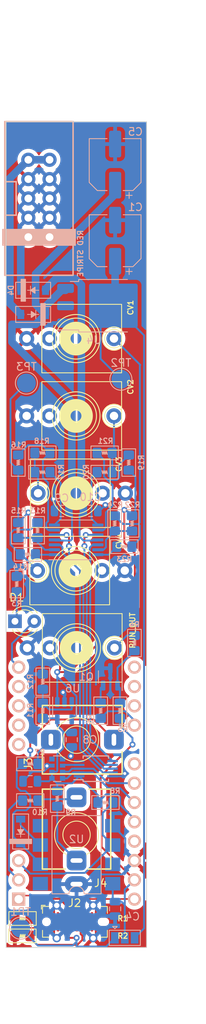
<source format=kicad_pcb>
(kicad_pcb (version 20221018) (generator pcbnew)
  (layers (0 "F.Cu" signal) (31 "B.Cu" signal) (34 "B.Paste" user) (35 "F.Paste" user) (36 "B.SilkS" user "B.Silkscreen") (37 "F.SilkS" user "F.Silkscreen") (38 "B.Mask" user) (39 "F.Mask" user) (44 "Edge.Cuts" user))
  (net 0 "")
  (net 1 "5VREG")
  (net 2 "GND")
  (net 3 "+3.3V")
  (net 4 "+5V")
  (net 5 "+12V")
  (net 6 "-12V")
  (net 7 "Net-(D1-K)")
  (net 8 "Net-(D1-A)")
  (net 9 "Net-(D2-K)")
  (net 10 "Net-(D2-A)")
  (net 11 "Net-(D3-A)")
  (net 12 "Net-(D4-K)")
  (net 13 "5VUSB")
  (net 14 "Net-(J2-CC1)")
  (net 15 "D+")
  (net 16 "D-")
  (net 18 "Net-(J2-CC2)")
  (net 20 "Net-(J3-PadR)")
  (net 21 "Net-(J4-PadR)")
  (net 22 "Net-(J4-PadT)")
  (net 23 "Net-(Q1-C)")
  (net 24 "Net-(Q1-B)")
  (net 25 "RUN")
  (net 26 "RX")
  (net 27 "TX")
  (net 28 "Net-(U6-+)")
  (net 29 "Net-(U7A--)")
  (net 30 "Net-(R14-Pad1)")
  (net 31 "MIDVREF")
  (net 32 "Net-(U7B--)")
  (net 33 "Net-(R17-Pad1)")
  (net 34 "Net-(U7C--)")
  (net 35 "Net-(R20-Pad1)")
  (net 36 "Net-(U7D--)")
  (net 37 "Net-(R23-Pad1)")
  (net 44 "Net-(RN1-R2.1)")
  (net 48 "SCL")
  (net 49 "SDA")
  (net 52 "DAC_1")
  (net 53 "DAC_2")
  (net 54 "DAC_3")
  (net 55 "DAC_4")
  (net 56 "Net-(J1-Tip)")
  (net 58 "Net-(J6-Tip)")
  (net 60 "Net-(J7-Tip)")
  (net 62 "Net-(J8-Tip)")
  (net 64 "Net-(J9-Tip)")
  (footprint "winterbloom:AudioJack_WQP518MA" (layer "F.Cu") (at 138.36 80.01 -90)
    (fp_text reference "J7" hide)
    (fp_text value "CV2")
  )
  (footprint "AudioJacks:Jack_3.5mm_QingPu_WQP-PJ366ST_Vertical" (layer "F.Cu") (at 138.43 135.05)
    (fp_text reference "J4")
    (fp_text value "MIDI OUT")
  )
  (footprint "winterbloom:AudioJack_WQP518MA" (layer "F.Cu") (at 138.36 69.85 -90)
    (fp_text reference "J6" hide)
    (fp_text value "CV1")
  )
  (footprint "LED_THT:LED_D3.0mm_FlatTop" (layer "F.Cu") (at 130.321073 106.994183)
    (fp_text reference "D1")
    (fp_text value "LED")
  )
  (footprint "winterbloom:AudioJack_WQP518MA" (layer "F.Cu") (at 138.43 110.49 -90)
    (fp_text reference "J1" hide)
    (fp_text value "RUN_OUT")
  )
  (footprint "winterbloom:R_0805_HandSolder" (layer "F.Cu") (at 131.318 146.05 180)
    (fp_text reference "R1")
    (fp_text value "1K")
  )
  (footprint "AudioJacks:Jack_3.5mm_QingPu_WQP-PJ366ST_Vertical" (layer "F.Cu") (at 138.43 122.555 -90)
    (fp_text reference "J3")
    (fp_text value "MIDI IN")
  )
  (footprint "winterbloom:R_0805_HandSolder" (layer "F.Cu") (at 131.302 148.336 180)
    (fp_text reference "R2")
    (fp_text value "1K")
  )
  (footprint "winterbloom:AudioJack_WQP518MA" (layer "F.Cu") (at 138.28 100.33 90)
    (fp_text reference "J9" hide)
    (fp_text value "CV4")
  )
  (footprint "winterbloom:AudioJack_WQP518MA" (layer "F.Cu") (at 138.36 90.17 90)
    (fp_text reference "J8" hide)
    (fp_text value "CV3")
  )
  (footprint "Connector_USB:USB_C_Receptacle_GCT_USB4115-03-C" (layer "F.Cu") (at 138.22 146.485)
    (fp_text reference "J2")
    (fp_text value "USB_C_Receptacle_USB2.0" hide)
  )
  (footprint "Capacitor_SMD:C_0805_2012Metric" (layer "B.Cu") (at 143.51 144.78 -90)
    (fp_text reference "C4")
    (fp_text value "0.1uF" hide)
  )
  (footprint "winterbloom:R_0805_HandSolder" (layer "B.Cu") (at 142.13 84.869)
    (fp_text reference "R21")
    (fp_text value "9.10k 0.1%" hide)
  )
  (footprint "winterbloom:R_0805_HandSolder" (layer "B.Cu") (at 141.605 118.745 90)
    (fp_text reference "R6")
    (fp_text value "1K" hide)
  )
  (footprint "Package_TO_SOT_SMD:SOT-23-5" (layer "B.Cu") (at 136.845 118.745 -90)
    (fp_text reference "U6")
    (fp_text value "OPA376xxDBV" hide)
  )
  (footprint "TestPoint:TestPoint_Pad_D2.5mm" (layer "B.Cu") (at 131.826 75.692 180)
    (fp_text reference "TP3")
    (fp_text value "1.571V")
  )
  (footprint "winterbloom:R_0805_HandSolder" (layer "B.Cu") (at 130.755 86.139 90)
    (fp_text reference "R16")
    (fp_text value "2.15k 0.1%" hide)
  )
  (footprint "winterbloom:R_0805_HandSolder" (layer "B.Cu") (at 143.455 94.14 90)
    (fp_text reference "R24")
    (fp_text value "9.10k 0.1%" hide)
  )
  (footprint "Package_SO:MSOP-10_3x3mm_P0.5mm" (layer "B.Cu") (at 140.97 126.365)
    (fp_text reference "U3" hide)
    (fp_text value "MCP4728" hide)
  )
  (footprint "winterbloom:R_0805_HandSolder" (layer "B.Cu") (at 144.145 118.745 -90)
    (fp_text reference "R5")
    (fp_text value "100K" hide)
  )
  (footprint "winterbloom:R_0805_HandSolder" (layer "B.Cu") (at 145.305 86.139 90)
    (fp_text reference "R19")
    (fp_text value "2.15k 0.1%" hide)
  )
  (footprint "winterbloom:R_0805_HandSolder" (layer "B.Cu") (at 133.93 84.869 180)
    (fp_text reference "R18")
    (fp_text value "9.10k 0.1%" hide)
  )
  (footprint "Resistor_SMD:R_Array_Convex_4x0612" (layer "B.Cu") (at 135.89 126.365 180)
    (fp_text reference "RN1" hide)
    (fp_text value "R_Pack04" hide)
  )
  (footprint "winterbloom:R_0805_HandSolder" (layer "B.Cu") (at 144.725 97.188)
    (fp_text reference "R23")
    (fp_text value "1k")
  )
  (footprint "winterbloom:R_0805_HandSolder" (layer "B.Cu") (at 133.93 87.409 180)
    (fp_text reference "R17")
    (fp_text value "1k" hide)
  )
  (footprint "winterbloom:R_0805_HandSolder" (layer "B.Cu") (at 133.295 95.029 90)
    (fp_text reference "R13")
    (fp_text value "9.10k 0.1%" hide)
  )
  (footprint "kb2040:kb2040" (layer "B.Cu") (at 138.43 129.54)
    (fp_text reference "U1" hide)
    (fp_text value "kb2040" hide)
  )
  (footprint "winterbloom:R_0805_HandSolder" (layer "B.Cu") (at 133.985 118.745 90)
    (fp_text reference "R11")
    (fp_text value "1.75k 0.1%" hide)
  )
  (footprint "Capacitor_SMD:C_0805_2012Metric" (layer "B.Cu") (at 137.795 122.555 -90)
    (fp_text reference "C8")
    (fp_text value "0.1uF" hide)
  )
  (footprint "winterbloom:D_SOD-123" (layer "B.Cu") (at 132.715 66.675 180)
    (fp_text reference "D3" hide)
    (fp_text value "1N4148" hide)
  )
  (footprint "Capacitor_SMD:CP_Elec_6.3x7.7" (layer "B.Cu") (at 143.51 56.99 90)
    (fp_text reference "C1")
    (fp_text value "22uF" hide)
  )
  (footprint "winterbloom:D_SOD-123" (layer "B.Cu") (at 131.064 134.62 90)
    (fp_text reference "D2" hide)
    (fp_text value "1N4148" hide)
  )
  (footprint "TestPoint:TestPoint_Pad_D2.5mm" (layer "B.Cu") (at 131.064 147.32 180)
    (fp_text reference "TP1")
    (fp_text value "5VUSB")
  )
  (footprint "winterbloom:R_0805_HandSolder" (layer "B.Cu") (at 132.334 125.73)
    (fp_text reference "R7")
    (fp_text value "220" hide)
  )
  (footprint "winterbloom:R_0805_HandSolder" (layer "B.Cu") (at 130.556 102.108 -90)
    (fp_text reference "R3")
    (fp_text value "1K" hide)
  )
  (footprint "Capacitor_SMD:C_0805_2012Metric" (layer "B.Cu") (at 140.28 92.489)
    (fp_text reference "C10")
    (fp_text value "0.1uF" hide)
  )
  (footprint "winterbloom:D_SOD-123" (layer "B.Cu") (at 132.715 63.5)
    (fp_text reference "D4")
    (fp_text value "1N4148" hide)
  )
  (footprint "Package_SO:TSSOP-14_4.4x5mm_P0.65mm" (layer "B.Cu") (at 138.375 96.299)
    (fp_text reference "U7" hide)
    (fp_text value "OPA4197")
  )
  (footprint "Package_DIP:SMDIP-8_W9.53mm" (layer "B.Cu") (at 138.43 137.668)
    (fp_text reference "U2")
    (fp_text value "6N138")
  )
  (footprint "winterbloom:R_0805_HandSolder" (layer "B.Cu") (at 132.025 98.204 180)
    (fp_text reference "R14")
    (fp_text value "1k" hide)
  )
  (footprint "winterbloom:R_0805_HandSolder" (layer "B.Cu") (at 142.24 130.81)
    (fp_text reference "R8")
    (fp_text value "470" hide)
  )
  (footprint "winterbloom:R_0805_HandSolder" (layer "B.Cu") (at 146.05 109.855 90)
    (fp_text reference "R4")
    (fp_text value "1K" hide)
  )
  (footprint "winterbloom:R_0805_HandSolder" (layer "B.Cu") (at 142.13 87.409)
    (fp_text reference "R20")
    (fp_text value "1k" hide)
  )
  (footprint "winterbloom:R_0805_HandSolder" (layer "B.Cu") (at 133.985 114.935 90)
    (fp_text reference "R12")
    (fp_text value "1k 0.1%" hide)
  )
  (footprint "winterbloom:R_0805_HandSolder" (layer "B.Cu") (at 132.334 130.556)
    (fp_text reference "R10")
    (fp_text value "47" hide)
  )
  (footprint "Capacitor_SMD:C_0805_2012Metric" (layer "B.Cu") (at 132.334 128.016 180)
    (fp_text reference "C2" hide)
    (fp_text value "0.1uF" hide)
  )
  (footprint "Jumper:SolderJumper-3_P1.3mm_Open_Pad1.0x1.5mm" (layer "B.Cu") (at 144.78 148.59)
    (fp_text reference "JP1" hide)
    (fp_text value "Jumper_3_Open" hide)
  )
  (footprint "TestPoint:TestPoint_Pad_D2.5mm" (layer "B.Cu") (at 144.272 75.184 180)
    (fp_text reference "TP2")
    (fp_text value "5VREG")
  )
  (footprint "winterbloom:R_0805_HandSolder" (layer "B.Cu") (at 130.755 95.029 -90)
    (fp_text reference "R15")
    (fp_text value "2.15k 0.1%" hide)
  )
  (footprint "Package_TO_SOT_SMD:SOT-23-3" (layer "B.Cu") (at 142.875 114.3 90)
    (fp_text reference "Q1")
    (fp_text value "NPN" hide)
  )
  (footprint "winterbloom:R_0805_HandSolder" (layer "B.Cu") (at 135.89 130.302 90)
    (fp_text reference "R9")
    (fp_text value "47" hide)
  )
  (footprint "winterbloom:R_0805_HandSolder" (layer "B.Cu") (at 145.741 94.14 -90)
    (fp_text reference "R22")
    (fp_text value "2.15k 0.1%" hide)
  )
  (footprint "Capacitor_SMD:CP_Elec_6.3x7.7" (layer "B.Cu") (at 143.51 46.99 90)
    (fp_text reference "C5")
    (fp_text value "22uF" hide)
  )
  (footprint "winterbloom:Eurorack_Power_2x5_Shrouded" (layer "B.Cu") (at 132.08 56.515 90)
    (fp_text reference "J5" hide)
    (fp_text value "Eurorack_Power" hide)
  )
  (footprint "Capacitor_SMD:C_0805_2012Metric" (layer "B.Cu") (at 136.47 92.489 180)
    (fp_text reference "C9")
    (fp_text value "0.1uF" hide)
  )
  (footprint "Package_TO_SOT_SMD:TO-252-3_TabPin2" (layer "B.Cu") (at 142.02 65.532)
    (fp_text reference "U4")
    (fp_text value "LM1117DT-5.0" hide)
  )
  (gr_line (start 129.15 149.86) (end 147.65 149.86) (stroke (width 0.1)) (layer "Edge.Cuts"))
  (gr_line (start 129.15 41.36) (end 129.15 149.86) (stroke (width 0.1)) (layer "Edge.Cuts"))
  (gr_line (start 147.65 149.86) (end 147.65 41.36) (stroke (width 0.1)) (layer "Edge.Cuts"))
  (gr_line (start 129.15 41.36) (end 147.65 41.36) (stroke (width 0.1)) (layer "Edge.Cuts"))
  (segment (start 147.32 147.35) (end 147.32 69.425) (width 0.25) (layer "B.Cu") (net 1))
  (segment (start 143.51 65.555) (end 143.28 65.785) (width 1) (layer "B.Cu") (net 1))
  (segment (start 141.605 72.517) (end 141.605 67.31) (width 0.25) (layer "B.Cu") (net 1))
  (segment (start 144.272 75.184) (end 141.605 72.517) (width 0.25) (layer "B.Cu") (net 1))
  (segment (start 145.26043 65.405) (end 141.605 65.405) (width 1) (layer "B.Cu") (net 1))
  (segment (start 147.32 69.425) (end 143.68 65.785) (width 0.25) (layer "B.Cu") (net 1))
  (segment (start 143.51 59.69) (end 143.51 65.555) (width 1) (layer "B.Cu") (net 1))
  (segment (start 146.08 148.59) (end 147.32 147.35) (width 0.25) (layer "B.Cu") (net 1))
  (segment (start 143.68 65.785) (end 143.28 65.785) (width 0.25) (layer "B.Cu") (net 1))
  (segment (start 135.47 148.285) (end 135.47 147.32) (width 0.25) (layer "F.Cu") (net 2))
  (segment (start 135.82 144.335) (end 135.47 144.685) (width 0.25) (layer "F.Cu") (net 2))
  (segment (start 130.302 148.336) (end 130.302 147.32) (width 0.25) (layer "F.Cu") (net 2))
  (segment (start 135.144 52.07) (end 135.525 52.07) (width 0.25) (layer "F.Cu") (net 2))
  (segment (start 140.97 144.685) (end 140.97 145.65) (width 0.25) (layer "F.Cu") (net 2))
  (segment (start 135.82 148.635) (end 135.47 148.285) (width 0.25) (layer "F.Cu") (net 2))
  (segment (start 134.496 147.311) (end 135.82 148.635) (width 0.25) (layer "F.Cu") (net 2))
  (segment (start 130.311 147.311) (end 134.496 147.311) (width 0.25) (layer "F.Cu") (net 2))
  (segment (start 135.47 144.685) (end 135.47 145.65) (width 0.25) (layer "F.Cu") (net 2))
  (segment (start 140.62 144.335) (end 140.97 144.685) (width 0.25) (layer "F.Cu") (net 2))
  (segment (start 130.302 147.32) (end 130.302 146.066) (width 0.25) (layer "F.Cu") (net 2))
  (segment (start 130.302 147.32) (end 130.311 147.311) (width 0.25) (layer "F.Cu") (net 2))
  (segment (start 140.97 148.285) (end 140.97 147.32) (width 0.25) (layer "F.Cu") (net 2))
  (segment (start 140.62 148.635) (end 140.97 148.285) (width 0.25) (layer "F.Cu") (net 2))
  (segment (start 130.302 146.066) (end 130.318 146.05) (width 0.25) (layer "F.Cu") (net 2))
  (via (at 144.78 127) (size 0.8) (drill 0.4) (layers "F.Cu" "B.Cu") (net 2))
  (via (at 134.533087 126.000018) (size 0.8) (drill 0.4) (layers "F.Cu" "B.Cu") (net 2))
  (via (at 142.222991 91.72731) (size 0.8) (drill 0.4) (layers "F.Cu" "B.Cu") (net 2))
  (via (at 137.668 124.714) (size 0.8) (drill 0.4) (layers "F.Cu" "B.Cu") (net 2))
  (via (at 136.652 116.332) (size 0.8) (drill 0.4) (layers "F.Cu" "B.Cu") (net 2))
  (via (at 135.4095 90.932) (size 0.8) (drill 0.4) (layers "F.Cu" "B.Cu") (net 2))
  (segment (start 135.52 92.489) (end 135.52 91.0425) (width 0.25) (layer "B.Cu") (net 2))
  (segment (start 137.795 124.587) (end 137.668 124.714) (width 0.25) (layer "B.Cu") (net 2))
  (segment (start 142.015 145.73) (end 140.62 144.335) (width 0.25) (layer "B.Cu") (net 2))
  (segment (start 144.8487 135.5117) (end 144.8487 137.2287) (width 0.25) (layer "B.Cu") (net 2))
  (segment (start 146.05 138.43) (end 146.05 138.623) (width 0.25) (layer "B.Cu") (net 2))
  (segment (start 135.52 91.0425) (end 135.4095 90.932) (width 0.25) (layer "B.Cu") (net 2))
  (segment (start 143.17 127.365) (end 144.415 127.365) (width 0.25) (layer "B.Cu") (net 2))
  (segment (start 132.645 126.755) (end 134.103 126.755) (width 0.25) (layer "B.Cu") (net 2))
  (segment (start 136.845 117.6075) (end 136.845 116.525) (width 0.25) (layer "B.Cu") (net 2))
  (segment (start 146.05 138.623) (end 144.41 140.263) (width 0.25) (layer "B.Cu") (net 2))
  (segment (start 144.415 127.365) (end 144.78 127) (width 0.25) (layer "B.Cu") (net 2))
  (segment (start 137.795 123.505) (end 137.795 124.587) (width 0.25) (layer "B.Cu") (net 2))
  (segment (start 140.661 140.263) (end 139.394 141.53) (width 0.25) (layer "B.Cu") (net 2))
  (segment (start 139.394 141.53) (end 138.43 141.53) (width 0.25) (layer "B.Cu") (net 2))
  (segment (start 134.568105 125.965) (end 134.533087 126.000018) (width 0.25) (layer "B.Cu") (net 2))
  (segment (start 131.384 128.016) (end 132.645 126.755) (width 0.25) (layer "B.Cu") (net 2))
  (segment (start 143.51 145.73) (end 142.015 145.73) (width 0.25) (layer "B.Cu") (net 2))
  (segment (start 141.23 92.489) (end 141.461301 92.489) (width 0.25) (layer "B.Cu") (net 2))
  (segment (start 134.893 125.965) (end 135.19 125.965) (width 0.25) (layer "B.Cu") (net 2))
  (segment (start 141.461301 92.489) (end 142.222991 91.72731) (width 0.25) (layer "B.Cu") (net 2))
  (segment (start 134.103 126.755) (end 134.893 125.965) (width 0.25) (layer "B.Cu") (net 2))
  (segment (start 143.195 133.858) (end 144.8487 135.5117) (width 0.25) (layer "B.Cu") (net 2))
  (segment (start 136.845 116.525) (end 136.652 116.332) (width 0.25) (layer "B.Cu") (net 2))
  (segment (start 135.19 125.965) (end 134.568105 125.965) (width 0.25) (layer "B.Cu") (net 2))
  (segment (start 144.8487 137.2287) (end 146.05 138.43) (width 0.25) (layer "B.Cu") (net 2))
  (segment (start 144.41 140.263) (end 140.661 140.263) (width 0.25) (layer "B.Cu") (net 2))
  (segment (start 144.165 131.098604) (end 144.165 130.1149) (width 0.25) (layer "B.Cu") (net 3))
  (segment (start 136.675 123.69) (end 136.675 121.501142) (width 0.25) (layer "B.Cu") (net 3))
  (segment (start 133.284 128.016) (end 134.809 128.016) (width 0.25) (layer "B.Cu") (net 3))
  (segment (start 135.19 126.765) (end 135.19 127.635) (width 0.25) (layer "B.Cu") (net 3))
  (segment (start 135.89 128.335) (end 135.835 128.28) (width 0.25) (layer "B.Cu") (net 3))
  (segment (start 141.24 129.835) (end 141.24 130.81) (width 0.25) (layer "B.Cu") (net 3))
  (segment (start 136.778858 121.605) (end 136.675 121.501142) (width 0.25) (layer "B.Cu") (net 3))
  (segment (start 143.7751 129.725) (end 142.325 129.725) (width 0.25) (layer "B.Cu") (net 3))
  (segment (start 136.675 121.501142) (end 135.895 120.721142) (width 0.25) (layer "B.Cu") (net 3))
  (segment (start 135.19 126.765) (end 135.79 126.765) (width 0.25) (layer "B.Cu") (net 3))
  (segment (start 133.985 119.745) (end 135.7575 119.745) (width 0.25) (layer "B.Cu") (net 3))
  (segment (start 137.855 128.28) (end 138.77 127.365) (width 0.25) (layer "B.Cu") (net 3))
  (segment (start 135.835 128.28) (end 137.855 128.28) (width 0.25) (layer "B.Cu") (net 3))
  (segment (start 146.05 132.983604) (end 144.165 131.098604) (width 0.25) (layer "B.Cu") (net 3))
  (segment (start 135.89 126.665) (end 135.89 124.475) (width 0.25) (layer "B.Cu") (net 3))
  (segment (start 134.809 128.016) (end 135.19 127.635) (width 0.25) (layer "B.Cu") (net 3))
  (segment (start 137.795 121.605) (end 136.778858 121.605) (width 0.25) (layer "B.Cu") (net 3))
  (segment (start 138.77 127.365) (end 141.24 129.835) (width 0.25) (layer "B.Cu") (net 3))
  (segment (start 142.325 129.725) (end 141.24 130.81) (width 0.25) (layer "B.Cu") (net 3))
  (segment (start 135.19 127.635) (end 135.835 128.28) (width 0.25) (layer "B.Cu") (net 3))
  (segment (start 135.79 126.765) (end 135.89 126.665) (width 0.25) (layer "B.Cu") (net 3))
  (segment (start 146.05 133.35) (end 146.05 133.671396) (width 0.25) (layer "B.Cu") (net 3))
  (segment (start 144.165 130.1149) (end 143.7751 129.725) (width 0.25) (layer "B.Cu") (net 3))
  (segment (start 135.7575 119.745) (end 135.895 119.8825) (width 0.25) (layer "B.Cu") (net 3))
  (segment (start 146.05 133.35) (end 146.05 132.983604) (width 0.25) (layer "B.Cu") (net 3))
  (segment (start 135.895 120.721142) (end 135.895 119.8825) (width 0.25) (layer "B.Cu") (net 3))
  (segment (start 135.89 129.302) (end 135.89 128.335) (width 0.25) (layer "B.Cu") (net 3))
  (segment (start 135.89 124.475) (end 136.675 123.69) (width 0.25) (layer "B.Cu") (net 3))
  (segment (start 141.605 128.905) (end 141.605 127.381) (width 0.25) (layer "F.Cu") (net 4))
  (segment (start 146.05 140.97) (end 141.725 136.645) (width 0.25) (layer "F.Cu") (net 4))
  (segment (start 141.725 136.645) (end 141.725 129.025) (width 0.25) (layer "F.Cu") (net 4))
  (segment (start 141.605 127.381) (end 145.796 123.19) (width 0.25) (layer "F.Cu") (net 4))
  (segment (start 141.725 129.025) (end 141.605 128.905) (width 0.25) (layer "F.Cu") (net 4))
  (via (at 145.796 123.19) (size 0.8) (drill 0.4) (layers "F.Cu" "B.Cu") (net 4))
  (segment (start 144.338 143.83) (end 144.78 144.272) (width 0.25) (layer "B.Cu") (net 4))
  (segment (start 143.51 141.285) (end 143.195 140.97) (width 0.25) (layer "B.Cu") (net 4))
  (segment (start 143.51 143.83) (end 144.338 143.83) (width 0.25) (layer "B.Cu") (net 4))
  (segment (start 144.78 148.59) (end 144.78 144.272) (width 0.25) (layer "B.Cu") (net 4))
  (segment (start 144.145 120.671142) (end 144.145 119.745) (width 0.25) (layer "B.Cu") (net 4))
  (segment (start 145.796 122.322142) (end 144.145 120.671142) (width 0.25) (layer "B.Cu") (net 4))
  (segment (start 144.78 144.272) (end 144.78 142.24) (width 0.25) (layer "B.Cu") (net 4))
  (segment (start 143.195 140.97) (end 143.51 140.97) (width 0.25) (layer "B.Cu") (net 4))
  (segment (start 143.195 143.515) (end 143.51 143.83) (width 0.25) (layer "B.Cu") (net 4))
  (segment (start 145.796 123.19) (end 145.796 122.322142) (width 0.25) (layer "B.Cu") (net 4))
  (segment (start 144.78 142.24) (end 146.05 140.97) (width 0.25) (layer "B.Cu") (net 4))
  (segment (start 143.195 141.478) (end 143.195 143.515) (width 0.25) (layer "B.Cu") (net 4))
  (segment (start 143.51 49.69) (end 143.51 50.88957) (width 1) (layer "B.Cu") (net 5))
  (segment (start 134.35 66.675) (end 134.35 65.61157) (width 1) (layer "B.Cu") (net 5))
  (segment (start 129.925 70.319164) (end 134.535836 74.93) (width 1) (layer "B.Cu") (net 5))
  (segment (start 137.83 92.899) (end 137.42 92.489) (width 0.25) (layer "B.Cu") (net 5))
  (segment (start 134.35 65.61157) (end 136.70957 63.252) (width 1) (layer "B.Cu") (net 5))
  (segment (start 133.04 67.985) (end 129.925 67.985) (width 1) (layer "B.Cu") (net 5))
  (segment (start 137.42 91.539) (end 137.42 92.489) (width 1) (layer "B.Cu") (net 5))
  (segment (start 133.04 65.365) (end 134.35 66.675) (width 1) (layer "B.Cu") (net 5))
  (segment (start 134.563 74.93) (end 137.865 78.232) (width 1) (layer "B.Cu") (net 5))
  (segment (start 136.70957 63.252) (end 136.98 63.252) (width 1) (layer "B.Cu") (net 5))
  (segment (start 137.81 78.287) (end 137.865 78.232) (width 1) (layer "B.Cu") (net 5))
  (segment (start 137.65 96.389) (end 137.83 96.209) (width 0.25) (layer "B.Cu") (net 5))
  (segment (start 137.81 91.149) (end 137.81 78.287) (width 1) (layer "B.Cu") (net 5))
  (segment (start 143.51 50.88957) (end 133.04 61.35957) (width 1) (layer "B.Cu") (net 5))
  (segment (start 133.04 61.35957) (end 133.04 65.365) (width 1) (layer "B.Cu") (net 5))
  (segment (start 134.535836 74.93) (end 134.563 74.93) (width 1) (layer "B.Cu") (net 5))
  (segment (start 135.6025 96.389) (end 137.65 96.389) (width 0.25) (layer "B.Cu") (net 5))
  (segment (start 136.70957 63.505) (end 136.98 63.505) (width 1) (layer "B.Cu") (net 5))
  (segment (start 129.925 67.985) (end 129.925 70.319164) (width 1) (layer "B.Cu") (net 5))
  (segment (start 134.35 66.675) (end 133.04 67.985) (width 1) (layer "B.Cu") (net 5))
  (segment (start 135.5125 96.299) (end 135.6025 96.389) (width 0.25) (layer "B.Cu") (net 5))
  (segment (start 137.81 91.149) (end 137.42 91.539) (width 1) (layer "B.Cu") (net 5))
  (segment (start 137.83 96.209) (end 137.83 92.899) (width 0.25) (layer "B.Cu") (net 5))
  (segment (start 139.01 91.219) (end 139.33 91.539) (width 1) (layer "B.Cu") (net 6))
  (segment (start 135.72957 61.952) (end 134.35 63.33157) (width 1) (layer "B.Cu") (net 6))
  (segment (start 139.01 91.512) (end 139.01 87.376) (width 1) (layer "B.Cu") (net 6))
  (segment (start 139.33 91.539) (end 139.037 91.539) (width 1) (layer "B.Cu") (net 6))
  (segment (start 134.35 63.33157) (end 134.35 63.5) (width 1) (layer "B.Cu") (net 6))
  (segment (start 139.065 62.78657) (end 138.23043 61.952) (width 1) (layer "B.Cu") (net 6))
  (segment (start 141.2375 96.299) (end 141.1475 96.389) (width 0.25) (layer "B.Cu") (net 6))
  (segment (start 139.344695 96.389) (end 138.830062 95.874367) (width 0.25) (layer "B.Cu") (net 6))
  (segment (start 139.037 91.539) (end 139.01 91.512) (width 1) (layer "B.Cu") (net 6))
  (segment (start 139.33 91.539) (end 139.33 92.489) (width 1) (layer "B.Cu") (net 6))
  (segment (start 138.830062 95.874367) (end 138.830062 92.988938) (width 0.25) (layer "B.Cu") (net 6))
  (segment (start 139.065 87.321) (end 139.065 62.78657) (width 1) (layer "B.Cu") (net 6))
  (segment (start 141.1475 96.389) (end 139.344695 96.389) (width 0.25) (layer "B.Cu") (net 6))
  (segment (start 138.830062 92.988938) (end 139.33 92.489) (width 0.25) (layer "B.Cu") (net 6))
  (segment (start 138.23043 61.952) (end 135.72957 61.952) (width 1) (layer "B.Cu") (net 6))
  (segment (start 139.01 87.376) (end 139.065 87.321) (width 1) (layer "B.Cu") (net 6))
  (segment (start 130.556 103.108) (end 130.556 106.759256) (width 0.25) (layer "B.Cu") (net 7))
  (segment (start 130.556 106.759256) (end 130.321073 106.994183) (width 0.25) (layer "B.Cu") (net 7))
  (segment (start 129.9337 109.921556) (end 129.9337 112.1537) (width 0.25) (layer "B.Cu") (net 8))
  (segment (start 129.9337 112.1537) (end 130.81 113.03) (width 0.25) (layer "B.Cu") (net 8))
  (segment (start 132.861073 106.994183) (end 129.9337 109.921556) (width 0.25) (layer "B.Cu") (net 8))
  (segment (start 135.025 119.901142) (end 132.334 122.592142) (width 0.25) (layer "F.Cu") (net 9))
  (segment (start 143.35 122.555) (end 140.696142 119.901142) (width 0.25) (layer "F.Cu") (net 9))
  (segment (start 140.696142 119.901142) (end 135.025 119.901142) (width 0.25) (layer "F.Cu") (net 9))
  (segment (start 132.334 122.592142) (end 132.334 123.952) (width 0.25) (layer "F.Cu") (net 9))
  (via (at 132.334 123.952) (size 0.8) (drill 0.4) (layers "F.Cu" "B.Cu") (net 9))
  (segment (start 130.508 131.826) (end 131.826 131.826) (width 0.25) (layer "B.Cu") (net 9))
  (segment (start 130.559 128.781) (end 130.559 126.505) (width 0.25) (layer "B.Cu") (net 9))
  (segment (start 132.334 124.73) (end 131.334 125.73) (width 0.25) (layer "B.Cu") (net 9))
  (segment (start 133.665 138.856) (end 131.064 136.255) (width 0.25) (layer "B.Cu") (net 9))
  (segment (start 130.129 135.32) (end 130.129 132.205) (width 0.25) (layer "B.Cu") (net 9))
  (segment (start 132.334 123.952) (end 132.334 124.73) (width 0.25) (layer "B.Cu") (net 9))
  (segment (start 133.665 138.938) (end 133.665 138.856) (width 0.25) (layer "B.Cu") (net 9))
  (segment (start 131.6841 129.286) (end 131.064 129.286) (width 0.25) (layer "B.Cu") (net 9))
  (segment (start 132.334 131.318) (end 132.334 129.9359) (width 0.25) (layer "B.Cu") (net 9))
  (segment (start 131.064 129.286) (end 130.559 128.781) (width 0.25) (layer "B.Cu") (net 9))
  (segment (start 132.334 129.9359) (end 131.6841 129.286) (width 0.25) (layer "B.Cu") (net 9))
  (segment (start 131.826 131.826) (end 132.334 131.318) (width 0.25) (layer "B.Cu") (net 9))
  (segment (start 131.064 136.255) (end 131.49 136.255) (width 0.25) (layer "B.Cu") (net 9))
  (segment (start 130.559 126.505) (end 131.334 125.73) (width 0.25) (layer "B.Cu") (net 9))
  (segment (start 130.129 132.205) (end 130.508 131.826) (width 0.25) (layer "B.Cu") (net 9))
  (segment (start 131.064 136.255) (end 130.129 135.32) (width 0.25) (layer "B.Cu") (net 9))
  (segment (start 131.064 133.797) (end 133.665 136.398) (width 0.25) (layer "B.Cu") (net 10))
  (segment (start 131.064 132.985) (end 131.064 133.797) (width 0.25) (layer "B.Cu") (net 10))
  (segment (start 131.08 66.675) (end 129.65 65.245) (width 1) (layer "B.Cu") (net 11))
  (segment (start 132.08 46.355) (end 134.874 46.355) (width 1) (layer "B.Cu") (net 11))
  (segment (start 129.65 48.785) (end 132.08 46.355) (width 1) (layer "B.Cu") (net 11))
  (segment (start 129.65 65.245) (end 129.65 48.785) (width 1) (layer "B.Cu") (net 11))
  (segment (start 132.08 56.515) (end 134.874 56.515) (width 1) (layer "B.Cu") (net 12))
  (segment (start 132.08 56.515) (end 131.08 57.515) (width 1) (layer "B.Cu") (net 12))
  (segment (start 131.08 57.515) (end 131.08 63.5) (width 1) (layer "B.Cu") (net 12))
  (segment (start 136.97 146.595) (end 136.995 146.57) (width 0.25) (layer "F.Cu") (net 13))
  (segment (start 139.47 147.32) (end 139.47 146.304) (width 0.25) (layer "F.Cu") (net 13))
  (segment (start 139.204 146.57) (end 139.47 146.304) (width 0.25) (layer "F.Cu") (net 13))
  (segment (start 139.47 146.304) (end 139.47 145.65) (width 0.25) (layer "F.Cu") (net 13))
  (segment (start 136.97 147.32) (end 136.97 146.595) (width 0.25) (layer "F.Cu") (net 13))
  (segment (start 136.97 147.32) (end 136.97 148.4) (width 0.25) (layer "F.Cu") (net 13))
  (segment (start 136.97 145.65) (end 136.97 146.595) (width 0.25) (layer "F.Cu") (net 13))
  (segment (start 137.16 148.59) (end 138.43 148.59) (width 0.25) (layer "F.Cu") (net 13))
  (segment (start 136.97 148.4) (end 137.16 148.59) (width 0.25) (layer "F.Cu") (net 13))
  (segment (start 136.995 146.57) (end 139.204 146.57) (width 0.25) (layer "F.Cu") (net 13))
  (via (at 138.43 148.59) (size 0.8) (drill 0.4) (layers "F.Cu" "B.Cu") (net 13))
  (segment (start 143.48 148.59) (end 142.335 149.735) (width 0.25) (layer "B.Cu") (net 13))
  (segment (start 138.43 149.098) (end 138.43 148.59) (width 0.25) (layer "B.Cu") (net 13))
  (segment (start 138.43 149.735) (end 138.43 149.098) (width 0.25) (layer "B.Cu") (net 13))
  (segment (start 142.335 149.735) (end 138.43 149.735) (width 0.25) (layer "B.Cu") (net 13))
  (segment (start 131.064 147.32) (end 133.35 149.606) (width 0.25) (layer "B.Cu") (net 13))
  (segment (start 137.922 149.606) (end 138.43 149.098) (width 0.25) (layer "B.Cu") (net 13))
  (segment (start 133.35 149.606) (end 137.922 149.606) (width 0.25) (layer "B.Cu") (net 13))
  (segment (start 132.318 145.558) (end 132.318 146.05) (width 0.25) (layer "F.Cu") (net 14))
  (segment (start 136.182437 143.46) (end 137.47 144.747563) (width 0.25) (layer "F.Cu") (net 14))
  (segment (start 137.47 144.747563) (end 137.47 145.65) (width 0.25) (layer "F.Cu") (net 14))
  (segment (start 134.416 143.46) (end 132.318 145.558) (width 0.25) (layer "F.Cu") (net 14))
  (segment (start 134.416 143.46) (end 136.182437 143.46) (width 0.25) (layer "F.Cu") (net 14))
  (segment (start 136.527 143.035) (end 131.285 143.035) (width 0.2) (layer "F.Cu") (net 15))
  (segment (start 131.285 143.035) (end 130.81 143.51) (width 0.2) (layer "F.Cu") (net 15))
  (segment (start 137.97 145.65) (end 137.97 144.478) (width 0.2) (layer "F.Cu") (net 15))
  (segment (start 137.97 144.478) (end 136.527 143.035) (width 0.2) (layer "F.Cu") (net 15))
  (segment (start 138.47 145.65) (end 138.47 144.74) (width 0.2) (layer "F.Cu") (net 16))
  (segment (start 138.47 144.74) (end 139.725 143.485) (width 0.2) (layer "F.Cu") (net 16))
  (segment (start 146.025 143.485) (end 146.05 143.51) (width 0.2) (layer "F.Cu") (net 16))
  (segment (start 139.725 143.485) (end 146.025 143.485) (width 0.2) (layer "F.Cu") (net 16))
  (segment (start 139.192 148.853305) (end 139.192 148.317) (width 0.25) (layer "F.Cu") (net 18))
  (segment (start 139.192 148.317) (end 138.97 148.095) (width 0.25) (layer "F.Cu") (net 18))
  (segment (start 133.238 149.51) (end 138.535305 149.51) (width 0.25) (layer "F.Cu") (net 18))
  (segment (start 138.535305 149.51) (end 139.192 148.853305) (width 0.25) (layer "F.Cu") (net 18))
  (segment (start 132.302 148.574) (end 133.238 149.51) (width 0.25) (layer "F.Cu") (net 18))
  (segment (start 132.302 148.336) (end 132.302 148.574) (width 0.25) (layer "F.Cu") (net 18))
  (segment (start 138.97 148.095) (end 138.97 147.32) (width 0.25) (layer "F.Cu") (net 18))
  (segment (start 133.334 125.73) (end 133.334 124.271) (width 0.25) (layer "B.Cu") (net 20))
  (segment (start 133.334 124.271) (end 135.05 122.555) (width 0.25) (layer "B.Cu") (net 20))
  (segment (start 135.89 131.302) (end 135.89 135.89) (width 0.25) (layer "B.Cu") (net 21))
  (segment (start 135.89 135.89) (end 138.43 138.43) (width 0.25) (layer "B.Cu") (net 21))
  (segment (start 138.183 130.377) (end 138.43 130.13) (width 0.25) (layer "B.Cu") (net 22))
  (segment (start 133.513 130.377) (end 138.183 130.377) (width 0.25) (layer "B.Cu") (net 22))
  (segment (start 139.43 131.13) (end 138.43 130.13) (width 0.25) (layer "B.Cu") (net 22))
  (segment (start 133.334 130.556) (end 133.513 130.377) (width 0.25) (layer "B.Cu") (net 22))
  (segment (start 144.145 117.745) (end 144.145 115.7575) (width 0.25) (layer "B.Cu") (net 23))
  (segment (start 143.825 115.4375) (end 143.825 113.08) (width 0.25) (layer "B.Cu") (net 23))
  (segment (start 143.825 113.08) (end 146.05 110.855) (width 0.25) (layer "B.Cu") (net 23))
  (segment (start 144.145 115.7575) (end 143.825 115.4375) (width 0.25) (layer "B.Cu") (net 23))
  (segment (start 141.605 115.7575) (end 141.925 115.4375) (width 0.25) (layer "B.Cu") (net 24))
  (segment (start 141.605 117.745) (end 141.605 115.7575) (width 0.25) (layer "B.Cu") (net 24))
  (segment (start 144.8401 118.82) (end 142.53 118.82) (width 0.25) (layer "B.Cu") (net 25))
  (segment (start 146.05 120.65) (end 146.05 120.0299) (width 0.25) (layer "B.Cu") (net 25))
  (segment (start 142.53 118.82) (end 141.605 119.745) (width 0.25) (layer "B.Cu") (net 25))
  (segment (start 145.77 120.93) (end 146.05 120.65) (width 0.25) (layer "B.Cu") (net 25))
  (segment (start 146.05 120.0299) (end 144.8401 118.82) (width 0.25) (layer "B.Cu") (net 25))
  (segment (start 141.87 132.18) (end 143.24 130.81) (width 0.25) (layer "B.Cu") (net 26))
  (segment (start 136.907 140.155) (end 132.342 140.155) (width 0.25) (layer "B.Cu") (net 26))
  (segment (start 143.195 136.398) (end 139.538 140.055) (width 0.25) (layer "B.Cu") (net 26))
  (segment (start 130.81 138.43) (end 130.81 138.623) (width 0.25) (layer "B.Cu") (net 26))
  (segment (start 137.007 140.055) (end 136.907 140.155) (width 0.25) (layer "B.Cu") (net 26))
  (segment (start 143.195 136.398) (end 141.87 135.073) (width 0.25) (layer "B.Cu") (net 26))
  (segment (start 143.24 130.175) (end 143.24 130.54) (width 0.25) (layer "B.Cu") (net 26))
  (segment (start 141.87 135.073) (end 141.87 132.18) (width 0.25) (layer "B.Cu") (net 26))
  (segment (start 139.538 140.055) (end 137.007 140.055) (width 0.25) (layer "B.Cu") (net 26))
  (segment (start 130.81 138.623) (end 132.342 140.155) (width 0.25) (layer "B.Cu") (net 26))
  (segment (start 129.54 131.75) (end 129.54 139.7) (width 0.25) (layer "B.Cu") (net 27))
  (segment (start 129.54 139.7) (end 130.81 140.97) (width 0.25) (layer "B.Cu") (net 27))
  (segment (start 130.734 130.556) (end 129.54 131.75) (width 0.25) (layer "B.Cu") (net 27))
  (segment (start 131.334 130.556) (end 130.734 130.556) (width 0.25) (layer "B.Cu") (net 27))
  (segment (start 133.985 117.745) (end 133.985 115.935) (width 0.25) (layer "B.Cu") (net 28))
  (segment (start 137.795 117.6075) (end 137.795 118.544092) (width 0.25) (layer "B.Cu") (net 28))
  (segment (start 137.744092 118.595) (end 134.835 118.595) (width 0.25) (layer "B.Cu") (net 28))
  (segment (start 134.835 118.595) (end 133.985 117.745) (width 0.25) (layer "B.Cu") (net 28))
  (segment (start 137.795 118.544092) (end 137.744092 118.595) (width 0.25) (layer "B.Cu") (net 28))
  (segment (start 133.295 96.029) (end 133.295 96.629) (width 0.25) (layer "B.Cu") (net 29))
  (segment (start 135.4825 97.569) (end 135.5125 97.599) (width 0.25) (layer "B.Cu") (net 29))
  (segment (start 130.755 96.029) (end 133.295 96.029) (width 0.25) (layer "B.Cu") (net 29))
  (segment (start 134.265 97.599) (end 135.5125 97.599) (width 0.25) (layer "B.Cu") (net 29))
  (segment (start 133.295 96.629) (end 134.265 97.599) (width 0.25) (layer "B.Cu") (net 29))
  (segment (start 133.07 98.249) (end 133.025 98.204) (width 0.25) (layer "B.Cu") (net 30))
  (segment (start 135.5125 98.249) (end 133.07 98.249) (width 0.25) (layer "B.Cu") (net 30))
  (segment (start 136.255 105.178833) (end 131.955 100.878833) (width 0.25) (layer "F.Cu") (net 31))
  (segment (start 131.955 98.55) (end 132.08 98.425) (width 0.25) (layer "F.Cu") (net 31))
  (segment (start 144.725 96.670778) (end 146.105 98.050778) (width 0.25) (layer "F.Cu") (net 31))
  (segment (start 132.08 98.425) (end 132.08 92.71) (width 0.25) (layer "F.Cu") (net 31))
  (segment (start 137.527361 113.669417) (end 135.885583 113.669417) (width 0.25) (layer "F.Cu") (net 31))
  (segment (start 144.725 92.362) (end 144.725 96.670778) (width 0.25) (layer "F.Cu") (net 31))
  (segment (start 146.105 105.091778) (end 137.527361 113.669417) (width 0.25) (layer "F.Cu") (net 31))
  (segment (start 136.255 113.3) (end 136.255 105.178833) (width 0.25) (layer "F.Cu") (net 31))
  (segment (start 146.105 98.050778) (end 146.105 105.091778) (width 0.25) (layer "F.Cu") (net 31))
  (segment (start 135.885583 113.669417) (end 136.255 113.3) (width 0.25) (layer "F.Cu") (net 31))
  (segment (start 131.955 100.878833) (end 131.955 98.55) (width 0.25) (layer "F.Cu") (net 31))
  (via (at 132.08 92.71) (size 0.8) (drill 0.4) (layers "F.Cu" "B.Cu") (net 31))
  (via (at 135.885583 113.669417) (size 0.8) (drill 0.4) (layers "F.Cu" "B.Cu") (net 31))
  (via (at 144.725 92.362) (size 0.8) (drill 0.4) (layers "F.Cu" "B.Cu") (net 31))
  (segment (start 144.725 92.362) (end 144.963 92.362) (width 0.25) (layer "B.Cu") (net 31))
  (segment (start 138.42 116.825) (end 135.895 114.3) (width 0.25) (layer "B.Cu") (net 31))
  (segment (start 146.185 92.696) (end 146.185 88.019) (width 0.25) (layer "B.Cu") (net 31))
  (segment (start 146.185 88.019) (end 145.305 87.139) (width 0.25) (layer "B.Cu") (net 31))
  (segment (start 135.894999 113.678833) (end 135.885583 113.669417) (width 0.25) (layer "B.Cu") (net 31))
  (segment (start 138.42 119.2575) (end 138.42 116.825) (width 0.25) (layer "B.Cu") (net 31))
  (segment (start 145.741 93.14) (end 146.185 92.696) (width 0.25) (layer "B.Cu") (net 31))
  (segment (start 137.795 119.8825) (end 138.42 119.2575) (width 0.25) (layer "B.Cu") (net 31))
  (segment (start 129.73 77.788) (end 129.73 86.114) (width 0.25) (layer "B.Cu") (net 31))
  (segment (start 132.074 92.71) (end 130.755 94.029) (width 0.25) (layer "B.Cu") (net 31))
  (segment (start 132.08 92.71) (end 132.074 92.71) (width 0.25) (layer "B.Cu") (net 31))
  (segment (start 130.755 94.029) (end 130.755 87.139) (width 0.25) (layer "B.Cu") (net 31))
  (segment (start 135.895 114.3) (end 135.894999 113.678833) (width 0.25) (layer "B.Cu") (net 31))
  (segment (start 144.963 92.362) (end 145.741 93.14) (width 0.25) (layer "B.Cu") (net 31))
  (segment (start 129.73 86.114) (end 130.755 87.139) (width 0.25) (layer "B.Cu") (net 31))
  (segment (start 135.895 117.6075) (end 135.895 114.3) (width 0.25) (layer "B.Cu") (net 31))
  (segment (start 131.826 75.692) (end 129.73 77.788) (width 0.25) (layer "B.Cu") (net 31))
  (segment (start 137.507501 119.8825) (end 137.795 119.8825) (width 0.25) (layer "B.Cu") (net 31))
  (segment (start 132.05 83.844) (end 133.905 83.844) (width 0.25) (layer "B.Cu") (net 32))
  (segment (start 133.905 83.844) (end 134.93 84.869) (width 0.25) (layer "B.Cu") (net 32))
  (segment (start 135.5125 94.999) (end 134.6949 94.999) (width 0.25) (layer "B.Cu") (net 32))
  (segment (start 134.685 93.835188) (end 134.685 88.7841) (width 0.25) (layer "B.Cu") (net 32))
  (segment (start 134.685 88.7841) (end 134.005 88.1041) (width 0.25) (layer "B.Cu") (net 32))
  (segment (start 134.005 85.794) (end 134.93 84.869) (width 0.25) (layer "B.Cu") (net 32))
  (segment (start 134.45 94.070188) (end 134.685 93.835188) (width 0.25) (layer "B.Cu") (net 32))
  (segment (start 134.005 88.1041) (end 134.005 85.794) (width 0.25) (layer "B.Cu") (net 32))
  (segment (start 134.6949 94.999) (end 134.45 94.7541) (width 0.25) (layer "B.Cu") (net 32))
  (segment (start 134.45 94.7541) (end 134.45 94.070188) (width 0.25) (layer "B.Cu") (net 32))
  (segment (start 130.755 85.139) (end 132.05 83.844) (width 0.25) (layer "B.Cu") (net 32))
  (segment (start 136.345 88.824) (end 134.93 87.409) (width 0.25) (layer "B.Cu") (net 33))
  (segment (start 136.345 93.5165) (end 136.345 88.824) (width 0.25) (layer "B.Cu") (net 33))
  (segment (start 135.5125 94.349) (end 136.345 93.5165) (width 0.25) (layer "B.Cu") (net 33))
  (segment (start 143.185 91.7899) (end 143.185 89.099) (width 0.25) (layer "B.Cu") (net 34))
  (segment (start 142.52 88.434) (end 142.055 87.969) (width 0.25) (layer "B.Cu") (net 34))
  (segment (start 145.305 85.139) (end 144.055 86.389) (width 0.25) (layer "B.Cu") (net 34))
  (segment (start 142.3 92.6749) (end 143.185 91.7899) (width 0.25) (layer "B.Cu") (net 34))
  (segment (start 144.055 88.1041) (end 143.7251 88.434) (width 0.25) (layer "B.Cu") (net 34))
  (segment (start 142.055 85.794) (end 141.13 84.869) (width 0.25) (layer "B.Cu") (net 34))
  (segment (start 143.185 89.099) (end 142.52 88.434) (width 0.25) (layer "B.Cu") (net 34))
  (segment (start 144.055 86.389) (end 144.055 88.1041) (width 0.25) (layer "B.Cu") (net 34))
  (segment (start 141.974999 94.999) (end 142.3 94.673999) (width 0.25) (layer "B.Cu") (net 34))
  (segment (start 142.055 87.969) (end 142.055 85.794) (width 0.25) (layer "B.Cu") (net 34))
  (segment (start 141.2375 94.999) (end 141.974999 94.999) (width 0.25) (layer "B.Cu") (net 34))
  (segment (start 142.3 94.673999) (end 142.3 92.6749) (width 0.25) (layer "B.Cu") (net 34))
  (segment (start 143.7251 88.434) (end 142.52 88.434) (width 0.25) (layer "B.Cu") (net 34))
  (segment (start 140.4 88.139) (end 141.13 87.409) (width 0.25) (layer "B.Cu") (net 35))
  (segment (start 141.2375 94.349) (end 140.4 93.5115) (width 0.25) (layer "B.Cu") (net 35))
  (segment (start 140.4 93.5115) (end 140.4 88.139) (width 0.25) (layer "B.Cu") (net 35))
  (segment (start 141.974999 97.599) (end 141.2375 97.599) (width 0.25) (layer "B.Cu") (net 36))
  (segment (start 143.455 95.14) (end 142.3 96.295) (width 0.25) (layer "B.Cu") (net 36))
  (segment (start 145.741 95.14) (end 143.455 95.14) (width 0.25) (layer "B.Cu") (net 36))
  (segment (start 142.3 96.295) (end 142.3 97.273999) (width 0.25) (layer "B.Cu") (net 36))
  (segment (start 142.3 97.273999) (end 141.974999 97.599) (width 0.25) (layer "B.Cu") (net 36))
  (segment (start 141.2375 98.249) (end 142.664 98.249) (width 0.25) (layer "B.Cu") (net 37))
  (segment (start 142.664 98.249) (end 143.725 97.188) (width 0.25) (layer "B.Cu") (net 37))
  (segment (start 136.69 125.865) (end 138.77 125.865) (width 0.25) (layer "B.Cu") (net 44))
  (segment (start 136.59 125.965) (end 136.69 125.865) (width 0.25) (layer "B.Cu") (net 44))
  (segment (start 137.96 126.865) (end 138.77 126.865) (width 0.25) (layer "B.Cu") (net 48))
  (segment (start 136.59 127.635) (end 137.19 127.635) (width 0.25) (layer "B.Cu") (net 48))
  (segment (start 140.533604 126.865) (end 142.573604 128.905) (width 0.25) (layer "B.Cu") (net 48))
  (segment (start 144.145 128.905) (end 146.05 130.81) (width 0.25) (layer "B.Cu") (net 48))
  (segment (start 137.19 127.635) (end 137.96 126.865) (width 0.25) (layer "B.Cu") (net 48))
  (segment (start 142.573604 128.905) (end 144.145 128.905) (width 0.25) (layer "B.Cu") (net 48))
  (segment (start 138.77 126.865) (end 140.533604 126.865) (width 0.25) (layer "B.Cu") (net 48))
  (segment (start 136.59 126.765) (end 137.423604 126.765) (width 0.25) (layer "B.Cu") (net 49))
  (segment (start 146.04 128.28) (end 146.05 128.27) (width 0.25) (layer "B.Cu") (net 49))
  (segment (start 138.77 126.365) (end 140.67 126.365) (width 0.25) (layer "B.Cu") (net 49))
  (segment (start 137.423604 126.765) (end 137.823604 126.365) (width 0.25) (layer "B.Cu") (net 49))
  (segment (start 137.823604 126.365) (end 138.77 126.365) (width 0.25) (layer "B.Cu") (net 49))
  (segment (start 142.575 128.27) (end 146.05 128.27) (width 0.25) (layer "B.Cu") (net 49))
  (segment (start 140.67 126.365) (end 142.575 128.27) (width 0.25) (layer "B.Cu") (net 49))
  (segment (start 140.175 98.527812) (end 140.23 98.582812) (width 0.25) (layer "B.Cu") (net 52))
  (segment (start 140.175 97.320188) (end 140.175 98.527812) (width 0.25) (layer "B.Cu") (net 52))
  (segment (start 140.23 122.425) (end 140.23 98.582812) (width 0.25) (layer "B.Cu") (net 52))
  (segment (start 143.17 125.365) (end 140.23 122.425) (width 0.25) (layer "B.Cu") (net 52))
  (segment (start 141.2375 96.949) (end 140.546188 96.949) (width 0.25) (layer "B.Cu") (net 52))
  (segment (start 140.546188 96.949) (end 140.175 97.320188) (width 0.25) (layer "B.Cu") (net 52))
  (segment (start 139.468792 95.840208) (end 139.645 95.664) (width 0.25) (layer "F.Cu") (net 53))
  (segment (start 139.468792 97.1135) (end 139.468792 95.840208) (width 0.25) (layer "F.Cu") (net 53))
  (via (at 139.468792 97.1135) (size 0.8) (drill 0.4) (layers "F.Cu" "B.Cu") (net 53))
  (via (at 139.645 95.664) (size 0.8) (drill 0.4) (layers "F.Cu" "B.Cu") (net 53))
  (segment (start 139.78 123.475) (end 139.78 99.695) (width 0.25) (layer "B.Cu") (net 53))
  (segment (start 141.2375 95.649) (end 139.66 95.649) (width 0.25) (layer "B.Cu") (net 53))
  (segment (start 139.66 95.649) (end 139.645 95.664) (width 0.25) (layer "B.Cu") (net 53))
  (segment (start 139.78 99.695) (end 139.468792 99.383792) (width 0.25) (layer "B.Cu") (net 53))
  (segment (start 143.17 125.865) (end 142.17 125.865) (width 0.25) (layer "B.Cu") (net 53))
  (segment (start 139.468792 99.383792) (end 139.468792 97.1135) (width 0.25) (layer "B.Cu") (net 53))
  (segment (start 142.17 125.865) (end 139.78 123.475) (width 0.25) (layer "B.Cu") (net 53))
  (segment (start 137.438596 97.1135) (end 137.438596 95.997596) (width 0.25) (layer "F.Cu") (net 54))
  (segment (start 137.438596 95.997596) (end 137.105 95.664) (width 0.25) (layer "F.Cu") (net 54))
  (via (at 137.105 95.664) (size 0.8) (drill 0.4) (layers "F.Cu" "B.Cu") (net 54))
  (via (at 137.438596 97.1135) (size 0.8) (drill 0.4) (layers "F.Cu" "B.Cu") (net 54))
  (segment (start 135.5125 95.649) (end 137.09 95.649) (width 0.25) (layer "B.Cu") (net 54))
  (segment (start 137.714499 97.1135) (end 137.438596 97.1135) (width 0.25) (layer "B.Cu") (net 54))
  (segment (start 143.17 126.365) (end 142.033604 126.365) (width 0.25) (layer "B.Cu") (net 54))
  (segment (start 142.033604 126.365) (end 139.33 123.661396) (width 0.25) (layer "B.Cu") (net 54))
  (segment (start 139.33 100.065) (end 137.438596 98.173596) (width 0.25) (layer "B.Cu") (net 54))
  (segment (start 137.09 95.649) (end 137.105 95.664) (width 0.25) (layer "B.Cu") (net 54))
  (segment (start 139.33 123.661396) (end 139.33 100.065) (width 0.25) (layer "B.Cu") (net 54))
  (segment (start 137.438596 98.173596) (end 137.438596 97.1135) (width 0.25) (layer "B.Cu") (net 54))
  (segment (start 143.17 126.865) (end 141.897208 126.865) (width 0.25) (layer "B.Cu") (net 55))
  (segment (start 141.897208 126.865) (end 138.88 123.847792) (width 0.25) (layer "B.Cu") (net 55))
  (segment (start 138.88 100.33) (end 136.575 98.025) (width 0.25) (layer "B.Cu") (net 55))
  (segment (start 136.575 98.025) (end 136.575 97.274001) (width 0.25) (layer "B.Cu") (net 55))
  (segment (start 138.88 123.847792) (end 138.88 100.33) (width 0.25) (layer "B.Cu") (net 55))
  (segment (start 136.249999 96.949) (end 135.5125 96.949) (width 0.25) (layer "B.Cu") (net 55))
  (segment (start 136.575 97.274001) (end 136.249999 96.949) (width 0.25) (layer "B.Cu") (net 55))
  (segment (start 146.05 108.855) (end 145.065 108.855) (width 0.25) (layer "B.Cu") (net 56))
  (segment (start 143.43 110.49) (end 145.065 108.855) (width 0.25) (layer "B.Cu") (net 56))
  (segment (start 146.737 73.227) (end 146.766 73.256) (width 0.25) (layer "B.Cu") (net 58))
  (segment (start 146.766 94.403) (end 146.766 96.147) (width 0.25) (layer "B.Cu") (net 58))
  (segment (start 146.766 94.027) (end 146.578 94.215) (width 0.25) (layer "B.Cu") (net 58))
  (segment (start 143.455 93.14) (end 144.53 94.215) (width 0.25) (layer "B.Cu") (net 58))
  (segment (start 146.578 94.215) (end 146.766 94.403) (width 0.25) (layer "B.Cu") (net 58))
  (segment (start 146.766 96.147) (end 145.725 97.188) (width 0.25) (layer "B.Cu") (net 58))
  (segment (start 143.36 69.85) (end 146.737 73.227) (width 0.25) (layer "B.Cu") (net 58))
  (segment (start 146.766 73.256) (end 146.766 94.027) (width 0.25) (layer "B.Cu") (net 58))
  (segment (start 146.737 73.227) (end 146.821 73.311) (width 0.25) (layer "B.Cu") (net 58))
  (segment (start 144.53 94.215) (end 146.578 94.215) (width 0.25) (layer "B.Cu") (net 58))
  (segment (start 143.36 80.01) (end 143.36 84.639) (width 0.25) (layer "B.Cu") (net 60))
  (segment (start 143.13 84.869) (end 143.13 87.409) (width 0.25) (layer "B.Cu") (net 60))
  (segment (start 142.615 84.354) (end 143.13 84.869) (width 0.25) (layer "B.Cu") (net 60))
  (segment (start 143.36 84.639) (end 143.13 84.869) (width 0.25) (layer "B.Cu") (net 60))
  (segment (start 133.36 87.839) (end 132.93 87.409) (width 0.25) (layer "B.Cu") (net 62))
  (segment (start 133.295 90.654) (end 133.225 90.584) (width 0.25) (layer "B.Cu") (net 62))
  (segment (start 132.93 87.409) (end 132.93 84.869) (width 0.25) (layer "B.Cu") (net 62))
  (segment (start 133.36 90.17) (end 133.36 87.839) (width 0.25) (layer "B.Cu") (net 62))
  (segment (start 132.985 90.545) (end 133.36 90.17) (width 0.25) (layer "B.Cu") (net 62))
  (segment (start 133.74 90.55) (end 133.36 90.17) (width 0.25) (layer "B.Cu") (net 62))
  (segment (start 133.28 100.33) (end 131.154 98.204) (width 0.25) (layer "B.Cu") (net 64))
  (segment (start 131.025 98.204) (end 129.73 96.909) (width 0.25) (layer "B.Cu") (net 64))
  (segment (start 131.154 98.204) (end 131.025 98.204) (width 0.25) (layer "B.Cu") (net 64))
  (segment (start 132.37 94.954) (end 133.295 94.029) (width 0.25) (layer "B.Cu") (net 64))
  (segment (start 129.73 95.419) (end 130.195 94.954) (width 0.25) (layer "B.Cu") (net 64))
  (segment (start 129.73 96.909) (end 129.73 95.419) (width 0.25) (layer "B.Cu") (net 64))
  (segment (start 130.195 94.954) (end 132.37 94.954) (width 0.25) (layer "B.Cu") (net 64))
  (zone (net 2) (net_name "GND") (layers "F&B.Cu") (connect_pads (clearance 0.5)) (min_thickness 0.25) (fill yes (thermal_gap 0.5) (thermal_bridge_width 0.5))
    (polygon (pts (xy 128.905 41.275) (xy 147.955 41.275) (xy 147.955 149.86) (xy 128.905 149.86)))
  )
)
</source>
